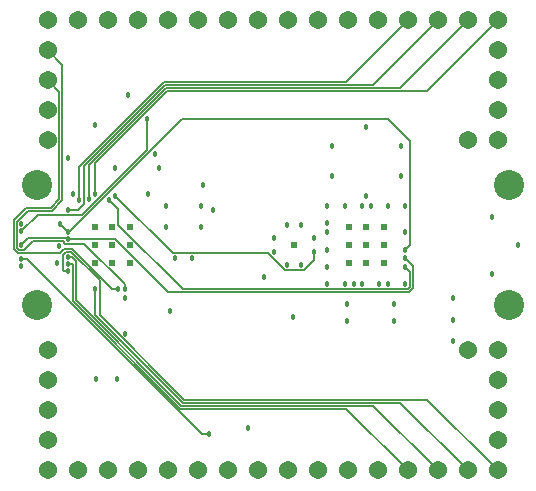
<source format=gbl>
G04 #@! TF.GenerationSoftware,KiCad,Pcbnew,5.1.6-c6e7f7d~87~ubuntu18.04.1*
G04 #@! TF.CreationDate,2020-07-28T19:51:16-04:00*
G04 #@! TF.ProjectId,ta-comm,74612d63-6f6d-46d2-9e6b-696361645f70,rev?*
G04 #@! TF.SameCoordinates,Original*
G04 #@! TF.FileFunction,Copper,L4,Bot*
G04 #@! TF.FilePolarity,Positive*
%FSLAX46Y46*%
G04 Gerber Fmt 4.6, Leading zero omitted, Abs format (unit mm)*
G04 Created by KiCad (PCBNEW 5.1.6-c6e7f7d~87~ubuntu18.04.1) date 2020-07-28 19:51:16*
%MOMM*%
%LPD*%
G01*
G04 APERTURE LIST*
G04 #@! TA.AperFunction,ComponentPad*
%ADD10C,1.540000*%
G04 #@! TD*
G04 #@! TA.AperFunction,ComponentPad*
%ADD11C,0.609600*%
G04 #@! TD*
G04 #@! TA.AperFunction,ComponentPad*
%ADD12C,2.540000*%
G04 #@! TD*
G04 #@! TA.AperFunction,ViaPad*
%ADD13C,0.457200*%
G04 #@! TD*
G04 #@! TA.AperFunction,Conductor*
%ADD14C,0.127000*%
G04 #@! TD*
G04 APERTURE END LIST*
D10*
X174050000Y-124510000D03*
X174050000Y-121970000D03*
X174050000Y-119430000D03*
X174050000Y-116890000D03*
X171510000Y-116890000D03*
X174050000Y-91490000D03*
X174050000Y-94030000D03*
X174050000Y-96570000D03*
X174050000Y-99110000D03*
X171510000Y-99110000D03*
X135950000Y-124510000D03*
X135950000Y-121970000D03*
X135950000Y-119430000D03*
X135950000Y-116890000D03*
D11*
X142900000Y-109500000D03*
X141400000Y-109500000D03*
X139900000Y-109500000D03*
X142900000Y-108000000D03*
X141400000Y-108000000D03*
X139900000Y-108000000D03*
X142900000Y-106500000D03*
X141400000Y-106500000D03*
X139900000Y-106500000D03*
X156800000Y-108000000D03*
X161400000Y-106500000D03*
X162900000Y-106500000D03*
X164400000Y-106500000D03*
X161400000Y-108000000D03*
X162900000Y-108000000D03*
X164400000Y-108000000D03*
X161400000Y-109500000D03*
X162900000Y-109500000D03*
X164400000Y-109500000D03*
D10*
X174050000Y-88950000D03*
X171510000Y-88950000D03*
X168970000Y-88950000D03*
X166430000Y-88950000D03*
X163890000Y-88950000D03*
X161350000Y-88950000D03*
X158810000Y-88950000D03*
X156270000Y-88950000D03*
X153730000Y-88950000D03*
X151190000Y-88950000D03*
X148650000Y-88950000D03*
X146110000Y-88950000D03*
X143570000Y-88950000D03*
X141030000Y-88950000D03*
X138490000Y-88950000D03*
X135950000Y-88950000D03*
X174050000Y-127050000D03*
X171510000Y-127050000D03*
X168970000Y-127050000D03*
X166430000Y-127050000D03*
X163890000Y-127050000D03*
X161350000Y-127050000D03*
X158810000Y-127050000D03*
X156270000Y-127050000D03*
X153730000Y-127050000D03*
X151190000Y-127050000D03*
X148650000Y-127050000D03*
X146110000Y-127050000D03*
X143570000Y-127050000D03*
X141030000Y-127050000D03*
X138490000Y-127050000D03*
X135950000Y-127050000D03*
X135950000Y-91490000D03*
X135950000Y-94030000D03*
X135950000Y-96570000D03*
X135950000Y-99110000D03*
D12*
X174960000Y-113080000D03*
X135040000Y-113080000D03*
X174960000Y-102920000D03*
X135040000Y-102920000D03*
D13*
X152850000Y-123500000D03*
X133700000Y-106200000D03*
X133700000Y-109800000D03*
X137600000Y-100600000D03*
X138100000Y-103700000D03*
X145000000Y-100300000D03*
X141650000Y-101500000D03*
X145350000Y-101500000D03*
X142500000Y-115500000D03*
X140000000Y-119350000D03*
X141800000Y-119350000D03*
X146300000Y-113550000D03*
X148100000Y-109100000D03*
X148900000Y-104700000D03*
X148900000Y-106500000D03*
X149900000Y-105000000D03*
X149100000Y-102900000D03*
X154200000Y-110700000D03*
X155100000Y-107400000D03*
X155100000Y-108600000D03*
X156200000Y-109700000D03*
X157400000Y-109700000D03*
X157400000Y-106300000D03*
X156200000Y-106300000D03*
X156700000Y-114100000D03*
X161300000Y-114400000D03*
X165200000Y-114400000D03*
X159600000Y-111300000D03*
X161087000Y-111300000D03*
X161812000Y-111300000D03*
X162537000Y-111300000D03*
X163988000Y-111300000D03*
X164713000Y-111300000D03*
X166200000Y-111300000D03*
X166200000Y-106875000D03*
X166200000Y-104700000D03*
X164713000Y-104700000D03*
X163263000Y-104700000D03*
X162537000Y-104700000D03*
X161087000Y-104700000D03*
X159600000Y-104700000D03*
X159600000Y-106125000D03*
X159600000Y-108375000D03*
X159600000Y-109875000D03*
X162900000Y-98000000D03*
X160000000Y-99630000D03*
X160000000Y-102170000D03*
X162900000Y-103800000D03*
X165800000Y-102170000D03*
X165800000Y-99630000D03*
X175700000Y-108000000D03*
X173500000Y-110400000D03*
X173500000Y-105600000D03*
X170200000Y-112500000D03*
X170200000Y-114300000D03*
X136700000Y-109500000D03*
X139950000Y-97850000D03*
X142700000Y-95300000D03*
X144400000Y-103700000D03*
X142500000Y-112500000D03*
X146700000Y-109100000D03*
X145900000Y-106500000D03*
X145900000Y-104700000D03*
X158500000Y-107400000D03*
X161300000Y-113000000D03*
X165200000Y-113000000D03*
X159600000Y-106875000D03*
X170200000Y-116100000D03*
X136900000Y-108100000D03*
X138550000Y-104200000D03*
X139400000Y-104100000D03*
X139900000Y-103700000D03*
X141150000Y-104200000D03*
X166200000Y-109875000D03*
X141650000Y-103800000D03*
X158500000Y-108600000D03*
X142450000Y-111700000D03*
X141850000Y-111700000D03*
X139900000Y-111700000D03*
X137650000Y-110200000D03*
X137650000Y-109600000D03*
X137650000Y-109000000D03*
X133700000Y-108000000D03*
X137650000Y-107450000D03*
X166200000Y-109125000D03*
X137000000Y-106200000D03*
X137650000Y-106850000D03*
X166200000Y-108375000D03*
X137650000Y-105000000D03*
X149540000Y-124000000D03*
X133700000Y-106800000D03*
X133700000Y-109200000D03*
X144300000Y-97300000D03*
D14*
X138550000Y-103876711D02*
X138550000Y-104200000D01*
X138550000Y-101352058D02*
X138550000Y-103876711D01*
X145736967Y-94165091D02*
X138550000Y-101352058D01*
X166430000Y-88950000D02*
X161214909Y-94165091D01*
X161214909Y-94165091D02*
X145736967Y-94165091D01*
X145947395Y-94673111D02*
X139400000Y-101220506D01*
X139400000Y-101220506D02*
X139400000Y-104100000D01*
X165786889Y-94673111D02*
X145947395Y-94673111D01*
X171510000Y-88950000D02*
X165786889Y-94673111D01*
X139900000Y-101079730D02*
X139900000Y-103700000D01*
X146052609Y-94927121D02*
X139900000Y-101079730D01*
X168072879Y-94927121D02*
X146052609Y-94927121D01*
X174050000Y-88950000D02*
X168072879Y-94927121D01*
X166619101Y-110294101D02*
X166428599Y-110103599D01*
X141150000Y-104200000D02*
X141895301Y-104945301D01*
X141895301Y-104945301D02*
X141895301Y-106262255D01*
X166428599Y-110103599D02*
X166200000Y-109875000D01*
X141895301Y-106262255D02*
X147352147Y-111719101D01*
X166619101Y-111501169D02*
X166619101Y-110294101D01*
X147352147Y-111719101D02*
X166401169Y-111719101D01*
X166401169Y-111719101D02*
X166619101Y-111501169D01*
X158500000Y-108923289D02*
X158500000Y-108600000D01*
X158500000Y-109220270D02*
X158500000Y-108923289D01*
X157601169Y-110119101D02*
X158500000Y-109220270D01*
X155998831Y-110119101D02*
X157601169Y-110119101D01*
X154560629Y-108680899D02*
X155998831Y-110119101D01*
X146530899Y-108680899D02*
X154560629Y-108680899D01*
X141650000Y-103800000D02*
X146530899Y-108680899D01*
X137164511Y-92704511D02*
X135950000Y-91490000D01*
X137164511Y-104186289D02*
X137164511Y-92704511D01*
X133280899Y-105998831D02*
X134214639Y-105065091D01*
X133498831Y-108419101D02*
X133280899Y-108201169D01*
X136285709Y-105065091D02*
X137164511Y-104186289D01*
X133901169Y-108419101D02*
X133498831Y-108419101D01*
X137383901Y-107869101D02*
X137195699Y-107680899D01*
X133280899Y-108201169D02*
X133280899Y-105998831D01*
X134639371Y-107680899D02*
X133901169Y-108419101D01*
X134214639Y-105065091D02*
X136285709Y-105065091D01*
X137195699Y-107680899D02*
X134639371Y-107680899D01*
X139002147Y-107869101D02*
X137383901Y-107869101D01*
X142450000Y-111316954D02*
X139002147Y-107869101D01*
X142450000Y-111700000D02*
X142450000Y-111316954D01*
X136910501Y-94990501D02*
X135950000Y-94030000D01*
X136910501Y-104081075D02*
X136910501Y-94990501D01*
X136180495Y-104811081D02*
X136910501Y-104081075D01*
X134109425Y-104811081D02*
X136180495Y-104811081D01*
X133026889Y-108306383D02*
X133026890Y-105893616D01*
X133026890Y-105893616D02*
X134109425Y-104811081D01*
X133393616Y-108673110D02*
X133026889Y-108306383D01*
X138018626Y-108326889D02*
X137293381Y-108326889D01*
X137293381Y-108326889D02*
X136947159Y-108673111D01*
X136947159Y-108673111D02*
X133393616Y-108673110D01*
X141391737Y-111700000D02*
X138018626Y-108326889D01*
X141850000Y-111700000D02*
X141391737Y-111700000D01*
X139900000Y-113879494D02*
X139900000Y-111700000D01*
X147347395Y-121326889D02*
X139900000Y-113879494D01*
X165786889Y-121326889D02*
X147347395Y-121326889D01*
X171510000Y-127050000D02*
X165786889Y-121326889D01*
X140319101Y-113939371D02*
X147452609Y-121072879D01*
X137650000Y-110200000D02*
X137326711Y-110200000D01*
X137448831Y-108580899D02*
X137913412Y-108580899D01*
X137326711Y-110200000D02*
X137230899Y-110104188D01*
X137230899Y-110104188D02*
X137230899Y-108798831D01*
X137913412Y-108580899D02*
X140319101Y-110986588D01*
X140319101Y-110986588D02*
X140319101Y-113939371D01*
X137230899Y-108798831D02*
X137448831Y-108580899D01*
X168072879Y-121072879D02*
X174050000Y-127050000D01*
X147452609Y-121072879D02*
X168072879Y-121072879D01*
X137973289Y-109600000D02*
X137650000Y-109600000D01*
X138069102Y-109695813D02*
X137973289Y-109600000D01*
X138069102Y-112767044D02*
X138069102Y-109695813D01*
X147136967Y-121834909D02*
X138069102Y-112767044D01*
X166430000Y-127050000D02*
X161214909Y-121834909D01*
X161214909Y-121834909D02*
X147136967Y-121834909D01*
X138323111Y-112661829D02*
X147242181Y-121580899D01*
X138323111Y-109349822D02*
X138323111Y-112661829D01*
X137973289Y-109000000D02*
X138323111Y-109349822D01*
X137650000Y-109000000D02*
X137973289Y-109000000D01*
X163500899Y-121580899D02*
X147242181Y-121580899D01*
X168970000Y-127050000D02*
X163500899Y-121580899D01*
X133928599Y-107771401D02*
X133700000Y-108000000D01*
X134273111Y-107426889D02*
X133928599Y-107771401D01*
X137626889Y-107426889D02*
X134273111Y-107426889D01*
X137650000Y-107450000D02*
X137626889Y-107426889D01*
X166428599Y-109353599D02*
X166200000Y-109125000D01*
X137650000Y-107450000D02*
X141616954Y-107450000D01*
X146140065Y-111973111D02*
X166506384Y-111973110D01*
X141616954Y-107450000D02*
X146140065Y-111973111D01*
X166873111Y-111606383D02*
X166873111Y-109798111D01*
X166506384Y-111973110D02*
X166873111Y-111606383D01*
X166873111Y-109798111D02*
X166428599Y-109353599D01*
X137000000Y-106200000D02*
X137000000Y-106250000D01*
X137650000Y-106850000D02*
X137000000Y-106200000D01*
X166428599Y-108146401D02*
X166200000Y-108375000D01*
X137650000Y-106850000D02*
X137729494Y-106850000D01*
X166619101Y-99182101D02*
X166619101Y-107955899D01*
X137729494Y-106850000D02*
X147279494Y-97300000D01*
X147279494Y-97300000D02*
X164737000Y-97300000D01*
X166619101Y-107955899D02*
X166428599Y-108146401D01*
X164737000Y-97300000D02*
X166619101Y-99182101D01*
X145842181Y-94419101D02*
X138969101Y-101292181D01*
X138450000Y-105000000D02*
X137650000Y-105000000D01*
X138969101Y-101292181D02*
X138969101Y-104480899D01*
X138969101Y-104480899D02*
X138450000Y-105000000D01*
X163500899Y-94419101D02*
X145842181Y-94419101D01*
X168970000Y-88950000D02*
X163500899Y-94419101D01*
X144300000Y-99920270D02*
X144300000Y-97623289D01*
X144300000Y-97623289D02*
X144300000Y-97300000D01*
X138801169Y-105419101D02*
X144300000Y-99920270D01*
X135080899Y-105419101D02*
X138801169Y-105419101D01*
X133700000Y-106800000D02*
X135080899Y-105419101D01*
X134142834Y-109200000D02*
X133700000Y-109200000D01*
X149540000Y-124000000D02*
X148942834Y-124000000D01*
X148942834Y-124000000D02*
X134142834Y-109200000D01*
M02*

</source>
